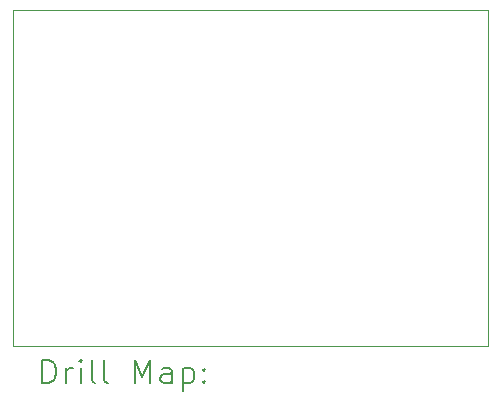
<source format=gbr>
%FSLAX45Y45*%
G04 Gerber Fmt 4.5, Leading zero omitted, Abs format (unit mm)*
G04 Created by KiCad (PCBNEW (6.0.5)) date 2023-01-30 16:32:39*
%MOMM*%
%LPD*%
G01*
G04 APERTURE LIST*
%TA.AperFunction,Profile*%
%ADD10C,0.100000*%
%TD*%
%ADD11C,0.200000*%
G04 APERTURE END LIST*
D10*
X5626100Y-9550400D02*
X9652000Y-9550400D01*
X9652000Y-9550400D02*
X9652000Y-12395200D01*
X9652000Y-12395200D02*
X5626100Y-12395200D01*
X5626100Y-12395200D02*
X5626100Y-9550400D01*
D11*
X5878719Y-12710676D02*
X5878719Y-12510676D01*
X5926338Y-12510676D01*
X5954909Y-12520200D01*
X5973957Y-12539248D01*
X5983481Y-12558295D01*
X5993005Y-12596390D01*
X5993005Y-12624962D01*
X5983481Y-12663057D01*
X5973957Y-12682105D01*
X5954909Y-12701152D01*
X5926338Y-12710676D01*
X5878719Y-12710676D01*
X6078719Y-12710676D02*
X6078719Y-12577343D01*
X6078719Y-12615438D02*
X6088243Y-12596390D01*
X6097767Y-12586867D01*
X6116814Y-12577343D01*
X6135862Y-12577343D01*
X6202528Y-12710676D02*
X6202528Y-12577343D01*
X6202528Y-12510676D02*
X6193005Y-12520200D01*
X6202528Y-12529724D01*
X6212052Y-12520200D01*
X6202528Y-12510676D01*
X6202528Y-12529724D01*
X6326338Y-12710676D02*
X6307290Y-12701152D01*
X6297767Y-12682105D01*
X6297767Y-12510676D01*
X6431100Y-12710676D02*
X6412052Y-12701152D01*
X6402528Y-12682105D01*
X6402528Y-12510676D01*
X6659671Y-12710676D02*
X6659671Y-12510676D01*
X6726338Y-12653533D01*
X6793005Y-12510676D01*
X6793005Y-12710676D01*
X6973957Y-12710676D02*
X6973957Y-12605914D01*
X6964433Y-12586867D01*
X6945386Y-12577343D01*
X6907290Y-12577343D01*
X6888243Y-12586867D01*
X6973957Y-12701152D02*
X6954909Y-12710676D01*
X6907290Y-12710676D01*
X6888243Y-12701152D01*
X6878719Y-12682105D01*
X6878719Y-12663057D01*
X6888243Y-12644009D01*
X6907290Y-12634486D01*
X6954909Y-12634486D01*
X6973957Y-12624962D01*
X7069195Y-12577343D02*
X7069195Y-12777343D01*
X7069195Y-12586867D02*
X7088243Y-12577343D01*
X7126338Y-12577343D01*
X7145386Y-12586867D01*
X7154909Y-12596390D01*
X7164433Y-12615438D01*
X7164433Y-12672581D01*
X7154909Y-12691628D01*
X7145386Y-12701152D01*
X7126338Y-12710676D01*
X7088243Y-12710676D01*
X7069195Y-12701152D01*
X7250148Y-12691628D02*
X7259671Y-12701152D01*
X7250148Y-12710676D01*
X7240624Y-12701152D01*
X7250148Y-12691628D01*
X7250148Y-12710676D01*
X7250148Y-12586867D02*
X7259671Y-12596390D01*
X7250148Y-12605914D01*
X7240624Y-12596390D01*
X7250148Y-12586867D01*
X7250148Y-12605914D01*
M02*

</source>
